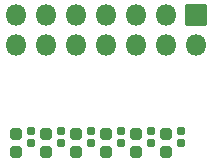
<source format=gbr>
%TF.GenerationSoftware,KiCad,Pcbnew,6.0.7+dfsg-1~bpo11+1*%
%TF.CreationDate,2022-10-07T09:30:16+00:00*%
%TF.ProjectId,0101-INDICATORS,30313031-2d49-44e4-9449-4341544f5253,rev?*%
%TF.SameCoordinates,Original*%
%TF.FileFunction,Soldermask,Top*%
%TF.FilePolarity,Negative*%
%FSLAX46Y46*%
G04 Gerber Fmt 4.6, Leading zero omitted, Abs format (unit mm)*
G04 Created by KiCad (PCBNEW 6.0.7+dfsg-1~bpo11+1) date 2022-10-07 09:30:16*
%MOMM*%
%LPD*%
G01*
G04 APERTURE LIST*
G04 Aperture macros list*
%AMRoundRect*
0 Rectangle with rounded corners*
0 $1 Rounding radius*
0 $2 $3 $4 $5 $6 $7 $8 $9 X,Y pos of 4 corners*
0 Add a 4 corners polygon primitive as box body*
4,1,4,$2,$3,$4,$5,$6,$7,$8,$9,$2,$3,0*
0 Add four circle primitives for the rounded corners*
1,1,$1+$1,$2,$3*
1,1,$1+$1,$4,$5*
1,1,$1+$1,$6,$7*
1,1,$1+$1,$8,$9*
0 Add four rect primitives between the rounded corners*
20,1,$1+$1,$2,$3,$4,$5,0*
20,1,$1+$1,$4,$5,$6,$7,0*
20,1,$1+$1,$6,$7,$8,$9,0*
20,1,$1+$1,$8,$9,$2,$3,0*%
G04 Aperture macros list end*
%ADD10RoundRect,0.185000X0.185000X-0.135000X0.185000X0.135000X-0.185000X0.135000X-0.185000X-0.135000X0*%
%ADD11RoundRect,0.268750X-0.256250X0.218750X-0.256250X-0.218750X0.256250X-0.218750X0.256250X0.218750X0*%
%ADD12RoundRect,0.050000X-0.850000X0.850000X-0.850000X-0.850000X0.850000X-0.850000X0.850000X0.850000X0*%
%ADD13O,1.800000X1.800000*%
G04 APERTURE END LIST*
D10*
%TO.C,R3*%
X8530000Y5195000D03*
X8530000Y6215000D03*
%TD*%
%TO.C,R6*%
X16150000Y5195000D03*
X16150000Y6215000D03*
%TD*%
%TO.C,R4*%
X11070000Y5195000D03*
X11070000Y6215000D03*
%TD*%
D11*
%TO.C,D5*%
X12340000Y5982500D03*
X12340000Y4407500D03*
%TD*%
%TO.C,D3*%
X7260000Y5982500D03*
X7260000Y4407500D03*
%TD*%
D10*
%TO.C,R2*%
X5990000Y5195000D03*
X5990000Y6215000D03*
%TD*%
%TO.C,R5*%
X13610000Y5195000D03*
X13610000Y6215000D03*
%TD*%
%TO.C,R1*%
X3450000Y5195000D03*
X3450000Y6215000D03*
%TD*%
D11*
%TO.C,D6*%
X14880000Y5982500D03*
X14880000Y4407500D03*
%TD*%
%TO.C,D2*%
X4720000Y5982500D03*
X4720000Y4407500D03*
%TD*%
D12*
%TO.C,J1*%
X17425000Y16075000D03*
D13*
X17425000Y13535000D03*
X14885000Y16075000D03*
X14885000Y13535000D03*
X12345000Y16075000D03*
X12345000Y13535000D03*
X9805000Y16075000D03*
X9805000Y13535000D03*
X7265000Y16075000D03*
X7265000Y13535000D03*
X4725000Y16075000D03*
X4725000Y13535000D03*
X2185000Y16075000D03*
X2185000Y13535000D03*
%TD*%
D11*
%TO.C,D1*%
X2180000Y5982500D03*
X2180000Y4407500D03*
%TD*%
%TO.C,D4*%
X9800000Y5982500D03*
X9800000Y4407500D03*
%TD*%
M02*

</source>
